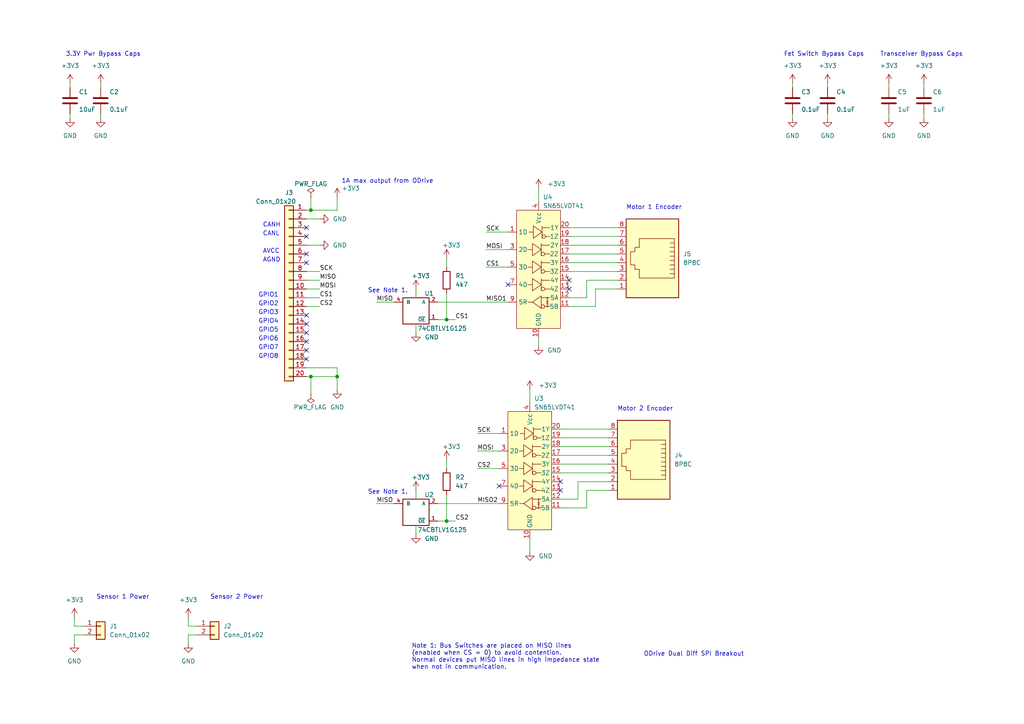
<source format=kicad_sch>
(kicad_sch (version 20211123) (generator eeschema)
  (paper "A4")
  (lib_symbols
    (symbol "74xGxx:74CBTLV1G125" (pin_names (offset 1.016))
      (property "Reference" "U" (at -2.54 5.08 0))
      (property "Value" "74CBTLV1G125" (at 0 -5.08 0))
      (symbol "74CBTLV1G125_0_1"
        (rectangle (start -3.81 3.81) (end 3.81 -3.81) (stroke (width 0.254)))
      )
      (symbol "74CBTLV1G125_1_1"
        (pin input line (at -6.35 -2.54 0) (length 2.54) (name "~{OE}") (number "1"))
        (pin input line (at -6.35 2.54 0) (length 2.54) (name "A") (number "2"))
        (pin power_in line (at 0 -3.81 270) (length 0) hide (name "GND") (number "3"))
        (pin tri_state line (at 6.35 2.54 180) (length 2.54) (name "B") (number "4"))
        (pin power_in line (at 0 3.81 90) (length 0) hide (name "VCC") (number "5"))
      )
    )
    (symbol "Connector:8P8C" (pin_names (offset 1.016))
      (property "Reference" "J" (at -5.08 13.97 0))
      (property "Value" "8P8C" (at 2.54 13.97 0))
      (symbol "8P8C_0_1"
        (polyline (pts (xy -5.08 4.445) (xy -6.35 4.445)))
        (polyline (pts (xy -5.08 5.715) (xy -6.35 5.715)))
        (polyline (pts (xy -6.35 -3.175) (xy -5.08 -3.175) (xy -5.08 -3.175)))
        (polyline (pts (xy -6.35 -1.905) (xy -5.08 -1.905) (xy -5.08 -1.905)))
        (polyline (pts (xy -6.35 -0.635) (xy -5.08 -0.635) (xy -5.08 -0.635)))
        (polyline (pts (xy -6.35 0.635) (xy -5.08 0.635) (xy -5.08 0.635)))
        (polyline (pts (xy -6.35 1.905) (xy -5.08 1.905) (xy -5.08 1.905)))
        (polyline (pts (xy -5.08 3.175) (xy -6.35 3.175) (xy -6.35 3.175)))
        (polyline (pts (xy -6.35 -4.445) (xy -6.35 6.985) (xy 3.81 6.985) (xy 3.81 4.445) (xy 5.08 4.445) (xy 5.08 3.175) (xy 6.35 3.175) (xy 6.35 -0.635) (xy 5.08 -0.635) (xy 5.08 -1.905) (xy 3.81 -1.905) (xy 3.81 -4.445) (xy -6.35 -4.445) (xy -6.35 -4.445)))
        (rectangle (start 7.62 12.7) (end -7.62 -10.16) (stroke (width 0.254)) (fill (type background)))
      )
      (symbol "8P8C_1_1"
        (pin passive line (at 10.16 -7.62 180) (length 2.54) (name "~") (number "1"))
        (pin passive line (at 10.16 -5.08 180) (length 2.54) (name "~") (number "2"))
        (pin passive line (at 10.16 -2.54 180) (length 2.54) (name "~") (number "3"))
        (pin passive line (at 10.16 0 180) (length 2.54) (name "~") (number "4"))
        (pin passive line (at 10.16 2.54 180) (length 2.54) (name "~") (number "5"))
        (pin passive line (at 10.16 5.08 180) (length 2.54) (name "~") (number "6"))
        (pin passive line (at 10.16 7.62 180) (length 2.54) (name "~") (number "7"))
        (pin passive line (at 10.16 10.16 180) (length 2.54) (name "~") (number "8"))
      )
    )
    (symbol "Connector_Generic:Conn_01x02" (pin_names (offset 1.016) hide)
      (property "Reference" "J" (at 0 2.54 0))
      (property "Value" "Conn_01x02" (at 0 -5.08 0))
      (symbol "Conn_01x02_1_1"
        (rectangle (start -1.27 -2.413) (end 0 -2.667) (stroke (width 0.1524)))
        (rectangle (start -1.27 0.127) (end 0 -0.127) (stroke (width 0.1524)))
        (rectangle (start -1.27 1.27) (end 1.27 -3.81) (stroke (width 0.254)) (fill (type background)))
        (pin passive line (at -5.08 0 0) (length 3.81) (name "Pin_1") (number "1"))
        (pin passive line (at -5.08 -2.54 0) (length 3.81) (name "Pin_2") (number "2"))
      )
    )
    (symbol "Connector_Generic:Conn_01x20" (pin_names (offset 1.016) hide)
      (property "Reference" "J" (at 0 25.4 0))
      (property "Value" "Conn_01x20" (at 0 -27.94 0))
      (symbol "Conn_01x20_1_1"
        (rectangle (start -1.27 -25.273) (end 0 -25.527) (stroke (width 0.1524)))
        (rectangle (start -1.27 -22.733) (end 0 -22.987) (stroke (width 0.1524)))
        (rectangle (start -1.27 -20.193) (end 0 -20.447) (stroke (width 0.1524)))
        (rectangle (start -1.27 -17.653) (end 0 -17.907) (stroke (width 0.1524)))
        (rectangle (start -1.27 -15.113) (end 0 -15.367) (stroke (width 0.1524)))
        (rectangle (start -1.27 -12.573) (end 0 -12.827) (stroke (width 0.1524)))
        (rectangle (start -1.27 -10.033) (end 0 -10.287) (stroke (width 0.1524)))
        (rectangle (start -1.27 -7.493) (end 0 -7.747) (stroke (width 0.1524)))
        (rectangle (start -1.27 -4.953) (end 0 -5.207) (stroke (width 0.1524)))
        (rectangle (start -1.27 -2.413) (end 0 -2.667) (stroke (width 0.1524)))
        (rectangle (start -1.27 0.127) (end 0 -0.127) (stroke (width 0.1524)))
        (rectangle (start -1.27 2.667) (end 0 2.413) (stroke (width 0.1524)))
        (rectangle (start -1.27 5.207) (end 0 4.953) (stroke (width 0.1524)))
        (rectangle (start -1.27 7.747) (end 0 7.493) (stroke (width 0.1524)))
        (rectangle (start -1.27 10.287) (end 0 10.033) (stroke (width 0.1524)))
        (rectangle (start -1.27 12.827) (end 0 12.573) (stroke (width 0.1524)))
        (rectangle (start -1.27 15.367) (end 0 15.113) (stroke (width 0.1524)))
        (rectangle (start -1.27 17.907) (end 0 17.653) (stroke (width 0.1524)))
        (rectangle (start -1.27 20.447) (end 0 20.193) (stroke (width 0.1524)))
        (rectangle (start -1.27 22.987) (end 0 22.733) (stroke (width 0.1524)))
        (rectangle (start -1.27 24.13) (end 1.27 -26.67) (stroke (width 0.254)) (fill (type background)))
        (pin passive line (at -5.08 22.86 0) (length 3.81) (name "Pin_1") (number "1"))
        (pin passive line (at -5.08 0 0) (length 3.81) (name "Pin_10") (number "10"))
        (pin passive line (at -5.08 -2.54 0) (length 3.81) (name "Pin_11") (number "11"))
        (pin passive line (at -5.08 -5.08 0) (length 3.81) (name "Pin_12") (number "12"))
        (pin passive line (at -5.08 -7.62 0) (length 3.81) (name "Pin_13") (number "13"))
        (pin passive line (at -5.08 -10.16 0) (length 3.81) (name "Pin_14") (number "14"))
        (pin passive line (at -5.08 -12.7 0) (length 3.81) (name "Pin_15") (number "15"))
        (pin passive line (at -5.08 -15.24 0) (length 3.81) (name "Pin_16") (number "16"))
        (pin passive line (at -5.08 -17.78 0) (length 3.81) (name "Pin_17") (number "17"))
        (pin passive line (at -5.08 -20.32 0) (length 3.81) (name "Pin_18") (number "18"))
        (pin passive line (at -5.08 -22.86 0) (length 3.81) (name "Pin_19") (number "19"))
        (pin passive line (at -5.08 20.32 0) (length 3.81) (name "Pin_2") (number "2"))
        (pin passive line (at -5.08 -25.4 0) (length 3.81) (name "Pin_20") (number "20"))
        (pin passive line (at -5.08 17.78 0) (length 3.81) (name "Pin_3") (number "3"))
        (pin passive line (at -5.08 15.24 0) (length 3.81) (name "Pin_4") (number "4"))
        (pin passive line (at -5.08 12.7 0) (length 3.81) (name "Pin_5") (number "5"))
        (pin passive line (at -5.08 10.16 0) (length 3.81) (name "Pin_6") (number "6"))
        (pin passive line (at -5.08 7.62 0) (length 3.81) (name "Pin_7") (number "7"))
        (pin passive line (at -5.08 5.08 0) (length 3.81) (name "Pin_8") (number "8"))
        (pin passive line (at -5.08 2.54 0) (length 3.81) (name "Pin_9") (number "9"))
      )
    )
    (symbol "Device:C" (pin_numbers hide) (pin_names (offset 0.254))
      (property "Reference" "C" (at 0.635 2.54 0))
      (property "Value" "C" (at 0.635 -2.54 0))
      (symbol "C_0_1"
        (polyline (pts (xy -2.032 -0.762) (xy 2.032 -0.762)) (stroke (width 0.508)))
        (polyline (pts (xy -2.032 0.762) (xy 2.032 0.762)) (stroke (width 0.508)))
      )
      (symbol "C_1_1"
        (pin passive line (at 0 3.81 270) (length 2.794) (name "~") (number "1"))
        (pin passive line (at 0 -3.81 90) (length 2.794) (name "~") (number "2"))
      )
    )
    (symbol "Device:R" (pin_numbers hide) (pin_names (offset 0))
      (property "Reference" "R" (at 2.032 0 90))
      (property "Value" "R" (at 0 0 90))
      (symbol "R_0_1"
        (rectangle (start -1.016 -2.54) (end 1.016 2.54) (stroke (width 0.254)))
      )
      (symbol "R_1_1"
        (pin passive line (at 0 3.81 270) (length 1.27) (name "~") (number "1"))
        (pin passive line (at 0 -3.81 90) (length 1.27) (name "~") (number "2"))
      )
    )
    (symbol "machine_agency_components_lib:SN65LVDT41"
      (property "Reference" "U" (at 2.54 20.32 0))
      (property "Value" "SN65LVDT41" (at 7.62 17.78 0))
      (symbol "SN65LVDT41_0_1"
        (rectangle (start -6.35 16.51) (end 6.35 -17.78) (fill (type background)))
        (polyline (pts (xy -1.778 -10.16) (xy -3.048 -10.16)))
        (polyline (pts (xy -1.778 -5.08) (xy -3.048 -5.08)))
        (polyline (pts (xy -1.778 0) (xy -3.048 0)))
        (polyline (pts (xy -1.778 5.08) (xy -3.048 5.08)))
        (polyline (pts (xy -1.524 10.16) (xy -2.794 10.16)))
        (polyline (pts (xy 0.762 -8.89) (xy 3.302 -8.89)))
        (polyline (pts (xy 0.762 -3.81) (xy 3.302 -3.81)))
        (polyline (pts (xy 0.762 -3.302) (xy 0.762 -6.858)))
        (polyline (pts (xy 0.762 1.27) (xy 3.302 1.27)))
        (polyline (pts (xy 0.762 1.778) (xy 0.762 -1.778)))
        (polyline (pts (xy 0.762 6.35) (xy 3.302 6.35)))
        (polyline (pts (xy 0.762 6.858) (xy 0.762 3.302)))
        (polyline (pts (xy 1.016 11.43) (xy 3.302 11.43)))
        (polyline (pts (xy 1.016 11.938) (xy 1.016 8.382)))
        (polyline (pts (xy 1.778 -11.43) (xy 3.302 -11.43)))
        (polyline (pts (xy 1.778 -6.35) (xy 3.302 -6.35)))
        (polyline (pts (xy 1.778 -1.27) (xy 3.302 -1.27)))
        (polyline (pts (xy 1.778 3.81) (xy 3.302 3.81)))
        (polyline (pts (xy 2.032 8.89) (xy 3.302 8.89)))
        (polyline (pts (xy -1.778 -6.858) (xy -1.778 -3.302) (xy 0.762 -5.08) (xy -1.778 -6.858)) (fill (type background)))
        (polyline (pts (xy -1.778 -1.778) (xy -1.778 1.778) (xy 0.762 0) (xy -1.778 -1.778)) (fill (type background)))
        (polyline (pts (xy -1.778 3.302) (xy -1.778 6.858) (xy 0.762 5.08) (xy -1.778 3.302)) (fill (type background)))
        (polyline (pts (xy -1.524 8.382) (xy -1.524 11.938) (xy 1.016 10.16) (xy -1.524 8.382)) (fill (type background)))
        (polyline (pts (xy 0.762 -8.382) (xy 0.762 -11.938) (xy -1.778 -10.16) (xy 0.762 -8.382)) (fill (type background)))
        (polyline (pts (xy 2.54 -8.89) (xy 2.54 -9.398) (xy 2.794 -9.652) (xy 2.286 -9.906) (xy 2.794 -10.16) (xy 2.286 -10.414) (xy 2.794 -10.668) (xy 2.54 -10.922) (xy 2.54 -11.43)))
        (circle (center 1.27 -11.43) (radius 0.508))
        (circle (center 1.27 -6.35) (radius 0.508))
        (circle (center 1.27 -1.27) (radius 0.508))
        (circle (center 1.27 3.81) (radius 0.508))
        (circle (center 1.524 8.89) (radius 0.508))
        (circle (center 2.54 -11.43) (radius 0.127))
        (circle (center 2.54 -8.89) (radius 0.127))
      )
      (symbol "SN65LVDT41_1_1"
        (pin input line (at -8.89 10.16 0) (length 2.54) (name "1D") (number "1"))
        (pin power_in line (at 0 -20.32 90) (length 2.54) (name "GND") (number "10"))
        (pin output line (at 8.89 -11.43 180) (length 2.54) (name "5B") (number "11"))
        (pin output line (at 8.89 -8.89 180) (length 2.54) (name "5A") (number "12"))
        (pin output line (at 8.89 -6.35 180) (length 2.54) (name "4Z") (number "13"))
        (pin output line (at 8.89 -3.81 180) (length 2.54) (name "4Y") (number "14"))
        (pin output line (at 8.89 -1.27 180) (length 2.54) (name "3Z") (number "15"))
        (pin output line (at 8.89 1.27 180) (length 2.54) (name "3Y") (number "16"))
        (pin output line (at 8.89 3.81 180) (length 2.54) (name "2Z") (number "17"))
        (pin output line (at 8.89 6.35 180) (length 2.54) (name "2Y") (number "18"))
        (pin output line (at 8.89 8.89 180) (length 2.54) (name "1Z") (number "19"))
        (pin power_in line (at 0 -20.32 90) (length 2.54) hide (name "GND") (number "2"))
        (pin output line (at 8.89 11.43 180) (length 2.54) (name "1Y") (number "20"))
        (pin input line (at -8.89 5.08 0) (length 2.54) (name "2D") (number "3"))
        (pin power_in line (at 0 19.05 270) (length 2.54) (name "Vcc") (number "4"))
        (pin input line (at -8.89 0 0) (length 2.54) (name "3D") (number "5"))
        (pin power_in line (at 0 -20.32 90) (length 2.54) hide (name "GND") (number "6"))
        (pin input line (at -8.89 -5.08 0) (length 2.54) (name "4D") (number "7"))
        (pin power_in line (at 0 19.05 270) (length 2.54) hide (name "Vcc") (number "8"))
        (pin output line (at -8.89 -10.16 0) (length 2.54) (name "5R") (number "9"))
      )
    )
    (symbol "power:+3.3V" (power) (pin_names (offset 0))
      (property "Value" "+3.3V" (at 0 3.556 0))
      (symbol "+3.3V_0_1"
        (polyline (pts (xy -0.762 1.27) (xy 0 2.54)))
        (polyline (pts (xy 0 0) (xy 0 2.54)))
        (polyline (pts (xy 0 2.54) (xy 0.762 1.27)))
      )
      (symbol "+3.3V_1_1"
        (pin power_in line (at 0 0 90) (length 0) hide (name "+3V3") (number "1"))
      )
    )
    (symbol "power:GND" (power) (pin_names (offset 0))
      (property "Value" "GND" (at 0 -3.81 0))
      (symbol "GND_0_1"
        (polyline (pts (xy 0 0) (xy 0 -1.27) (xy 1.27 -1.27) (xy 0 -2.54) (xy -1.27 -1.27) (xy 0 -1.27)))
      )
      (symbol "GND_1_1"
        (pin power_in line (at 0 0 270) (length 0) hide (name "GND") (number "1"))
      )
    )
    (symbol "power:PWR_FLAG" (power) (pin_numbers hide) (pin_names (offset 0) hide)
      (property "Value" "PWR_FLAG" (at 0 3.81 0))
      (symbol "PWR_FLAG_0_0"
        (pin power_out line (at 0 0 90) (length 0) (name "pwr") (number "1"))
      )
      (symbol "PWR_FLAG_0_1"
        (polyline (pts (xy 0 0) (xy 0 1.27) (xy -1.016 1.905) (xy 0 2.54) (xy 1.016 1.905) (xy 0 1.27)))
      )
    )
  )
  (junction (at 129.54 92.71))
  (junction (at 129.54 151.13))
  (junction (at 90.17 60.96))
  (junction (at 97.79 109.22))
  (junction (at 90.17 109.22))
  (no_connect (at 162.56 142.24))
  (no_connect (at 162.56 139.7))
  (no_connect (at 165.1 83.82))
  (no_connect (at 165.1 81.28))
  (no_connect (at 147.32 82.55))
  (no_connect (at 88.9 73.66))
  (no_connect (at 88.9 66.04))
  (no_connect (at 88.9 93.98))
  (no_connect (at 88.9 99.06))
  (no_connect (at 88.9 91.44))
  (no_connect (at 88.9 96.52))
  (no_connect (at 88.9 101.6))
  (no_connect (at 88.9 104.14))
  (no_connect (at 88.9 68.58))
  (no_connect (at 144.78 140.97))
  (no_connect (at 88.9 76.2))
  (wire (pts (xy 97.79 60.96) (xy 97.79 57.15)))
  (wire (pts (xy 170.18 142.24) (xy 176.53 142.24)))
  (wire (pts (xy 162.56 147.32) (xy 170.18 147.32)))
  (wire (pts (xy 90.17 57.15) (xy 90.17 60.96)))
  (wire (pts (xy 54.61 184.15) (xy 57.15 184.15)))
  (wire (pts (xy 165.1 71.12) (xy 179.07 71.12)))
  (wire (pts (xy 257.81 33.02) (xy 257.81 34.29)))
  (wire (pts (xy 20.32 24.13) (xy 20.32 25.4)))
  (wire (pts (xy 120.65 142.24) (xy 120.65 144.78)))
  (wire (pts (xy 140.97 77.47) (xy 147.32 77.47)))
  (wire (pts (xy 140.97 67.31) (xy 147.32 67.31)))
  (wire (pts (xy 267.97 24.13) (xy 267.97 25.4)))
  (wire (pts (xy 88.9 81.28) (xy 92.71 81.28)))
  (wire (pts (xy 167.64 139.7) (xy 167.64 144.78)))
  (wire (pts (xy 127 146.05) (xy 144.78 146.05)))
  (wire (pts (xy 88.9 88.9) (xy 92.71 88.9)))
  (wire (pts (xy 88.9 78.74) (xy 92.71 78.74)))
  (wire (pts (xy 90.17 109.22) (xy 90.17 114.3)))
  (wire (pts (xy 129.54 85.09) (xy 129.54 92.71)))
  (wire (pts (xy 165.1 88.9) (xy 172.72 88.9)))
  (wire (pts (xy 90.17 60.96) (xy 97.79 60.96)))
  (wire (pts (xy 29.21 24.13) (xy 29.21 25.4)))
  (wire (pts (xy 29.21 33.02) (xy 29.21 34.29)))
  (wire (pts (xy 88.9 86.36) (xy 92.71 86.36)))
  (wire (pts (xy 267.97 33.02) (xy 267.97 34.29)))
  (wire (pts (xy 172.72 88.9) (xy 172.72 83.82)))
  (wire (pts (xy 170.18 147.32) (xy 170.18 142.24)))
  (wire (pts (xy 97.79 109.22) (xy 97.79 113.03)))
  (wire (pts (xy 257.81 24.13) (xy 257.81 25.4)))
  (wire (pts (xy 88.9 106.68) (xy 97.79 106.68)))
  (wire (pts (xy 138.43 135.89) (xy 144.78 135.89)))
  (wire (pts (xy 54.61 186.69) (xy 54.61 184.15)))
  (wire (pts (xy 153.67 156.21) (xy 153.67 160.02)))
  (wire (pts (xy 156.21 97.79) (xy 156.21 100.33)))
  (wire (pts (xy 120.65 83.82) (xy 120.65 86.36)))
  (wire (pts (xy 162.56 132.08) (xy 176.53 132.08)))
  (wire (pts (xy 165.1 78.74) (xy 179.07 78.74)))
  (wire (pts (xy 127 92.71) (xy 129.54 92.71)))
  (wire (pts (xy 165.1 66.04) (xy 179.07 66.04)))
  (wire (pts (xy 156.21 54.61) (xy 156.21 58.42)))
  (wire (pts (xy 109.22 146.05) (xy 114.3 146.05)))
  (wire (pts (xy 90.17 109.22) (xy 97.79 109.22)))
  (wire (pts (xy 165.1 68.58) (xy 179.07 68.58)))
  (wire (pts (xy 172.72 83.82) (xy 179.07 83.82)))
  (wire (pts (xy 97.79 106.68) (xy 97.79 109.22)))
  (wire (pts (xy 24.13 181.61) (xy 21.59 181.61)))
  (wire (pts (xy 162.56 137.16) (xy 176.53 137.16)))
  (wire (pts (xy 129.54 151.13) (xy 132.08 151.13)))
  (wire (pts (xy 140.97 72.39) (xy 147.32 72.39)))
  (wire (pts (xy 127 151.13) (xy 129.54 151.13)))
  (wire (pts (xy 109.22 87.63) (xy 114.3 87.63)))
  (wire (pts (xy 127 87.63) (xy 147.32 87.63)))
  (wire (pts (xy 129.54 133.35) (xy 129.54 135.89)))
  (wire (pts (xy 138.43 125.73) (xy 144.78 125.73)))
  (wire (pts (xy 88.9 83.82) (xy 92.71 83.82)))
  (wire (pts (xy 129.54 74.93) (xy 129.54 77.47)))
  (wire (pts (xy 162.56 124.46) (xy 176.53 124.46)))
  (wire (pts (xy 21.59 186.69) (xy 21.59 184.15)))
  (wire (pts (xy 229.87 24.13) (xy 229.87 25.4)))
  (wire (pts (xy 88.9 109.22) (xy 90.17 109.22)))
  (wire (pts (xy 57.15 181.61) (xy 54.61 181.61)))
  (wire (pts (xy 240.03 33.02) (xy 240.03 34.29)))
  (wire (pts (xy 138.43 130.81) (xy 144.78 130.81)))
  (wire (pts (xy 120.65 152.4) (xy 120.65 154.94)))
  (wire (pts (xy 21.59 184.15) (xy 24.13 184.15)))
  (wire (pts (xy 165.1 73.66) (xy 179.07 73.66)))
  (wire (pts (xy 176.53 139.7) (xy 167.64 139.7)))
  (wire (pts (xy 21.59 181.61) (xy 21.59 179.07)))
  (wire (pts (xy 20.32 33.02) (xy 20.32 34.29)))
  (wire (pts (xy 170.18 86.36) (xy 165.1 86.36)))
  (wire (pts (xy 162.56 129.54) (xy 176.53 129.54)))
  (wire (pts (xy 162.56 127) (xy 176.53 127)))
  (wire (pts (xy 129.54 143.51) (xy 129.54 151.13)))
  (wire (pts (xy 129.54 92.71) (xy 132.08 92.71)))
  (wire (pts (xy 240.03 24.13) (xy 240.03 25.4)))
  (wire (pts (xy 153.67 113.03) (xy 153.67 116.84)))
  (wire (pts (xy 167.64 144.78) (xy 162.56 144.78)))
  (wire (pts (xy 179.07 81.28) (xy 170.18 81.28)))
  (wire (pts (xy 165.1 76.2) (xy 179.07 76.2)))
  (wire (pts (xy 88.9 71.12) (xy 92.71 71.12)))
  (wire (pts (xy 120.65 93.98) (xy 120.65 96.52)))
  (wire (pts (xy 170.18 81.28) (xy 170.18 86.36)))
  (wire (pts (xy 88.9 60.96) (xy 90.17 60.96)))
  (wire (pts (xy 229.87 33.02) (xy 229.87 34.29)))
  (wire (pts (xy 88.9 63.5) (xy 92.71 63.5)))
  (wire (pts (xy 54.61 181.61) (xy 54.61 179.07)))
  (wire (pts (xy 162.56 134.62) (xy 176.53 134.62)))
  (text "ODrive Dual Diff SPI Breakout" (at 186.69 190.5 0) (effects (font (size 1.27 1.27)) (justify left bottom)))
  (text "GPIO8" (at 74.93 104.14 0) (effects (font (size 1.27 1.27)) (justify left bottom)))
  (text "1A max output from ODrive" (at 99.06 53.34 0) (effects (font (size 1.27 1.27)) (justify left bottom)))
  (text "GPIO3" (at 74.93 91.44 0) (effects (font (size 1.27 1.27)) (justify left bottom)))
  (text "3.3V Pwr Bypass Caps" (at 19.05 16.51 0) (effects (font (size 1.27 1.27)) (justify left bottom)))
  (text "AGND" (at 76.2 76.2 0) (effects (font (size 1.27 1.27)) (justify left bottom)))
  (text "GPIO5" (at 74.93 96.52 0) (effects (font (size 1.27 1.27)) (justify left bottom)))
  (text "CANL" (at 76.2 68.58 0) (effects (font (size 1.27 1.27)) (justify left bottom)))
  (text "Motor 2 Encoder" (at 179.07 119.38 0) (effects (font (size 1.27 1.27)) (justify left bottom)))
  (text "AVCC" (at 76.2 73.66 0) (effects (font (size 1.27 1.27)) (justify left bottom)))
  (text "Sensor 1 Power" (at 27.94 173.99 0) (effects (font (size 1.27 1.27)) (justify left bottom)))
  (text "Motor 1 Encoder" (at 181.61 60.96 0) (effects (font (size 1.27 1.27)) (justify left bottom)))
  (text "See Note 1." (at 106.68 85.09 0) (effects (font (size 1.27 1.27)) (justify left bottom)))
  (text "GPIO6" (at 74.93 99.06 0) (effects (font (size 1.27 1.27)) (justify left bottom)))
  (text "GPIO1" (at 74.93 86.36 0) (effects (font (size 1.27 1.27)) (justify left bottom)))
  (text "CANH" (at 76.2 66.04 0) (effects (font (size 1.27 1.27)) (justify left bottom)))
  (text "GPIO2" (at 74.93 88.9 0) (effects (font (size 1.27 1.27)) (justify left bottom)))
  (text "See Note 1." (at 106.68 143.51 0) (effects (font (size 1.27 1.27)) (justify left bottom)))
  (text "Note 1: Bus Switches are placed on MISO lines\n(enabled when CS = 0) to avoid contention.\nNormal devices put MISO lines in high impedance state\nwhen not in communication." (at 119.38 194.31 0) (effects (font (size 1.27 1.27)) (justify left bottom)))
  (text "GPIO4" (at 74.93 93.98 0) (effects (font (size 1.27 1.27)) (justify left bottom)))
  (text "Sensor 2 Power" (at 60.96 173.99 0) (effects (font (size 1.27 1.27)) (justify left bottom)))
  (text "Transceiver Bypass Caps" (at 255.27 16.51 0) (effects (font (size 1.27 1.27)) (justify left bottom)))
  (text "GPIO7" (at 74.93 101.6 0) (effects (font (size 1.27 1.27)) (justify left bottom)))
  (text "Fet Switch Bypass Caps" (at 227.33 16.51 0) (effects (font (size 1.27 1.27)) (justify left bottom)))
  (label "SCK" (at 138.43 125.73 0))
  (label "MISO2" (at 138.43 146.05 0))
  (label "CS2" (at 138.43 135.89 0))
  (label "CS2" (at 132.08 151.13 0))
  (label "MOSI" (at 140.97 72.39 0))
  (label "SCK" (at 92.71 78.74 0))
  (label "MISO1" (at 140.97 87.63 0))
  (label "CS1" (at 132.08 92.71 0))
  (label "CS1" (at 140.97 77.47 0))
  (label "MOSI" (at 138.43 130.81 0))
  (label "MOSI" (at 92.71 83.82 0))
  (label "MISO" (at 92.71 81.28 0))
  (label "CS2" (at 92.71 88.9 0))
  (label "MISO" (at 109.22 146.05 0))
  (label "CS1" (at 92.71 86.36 0))
  (label "MISO" (at 109.22 87.63 0))
  (label "SCK" (at 140.97 67.31 0))
  (symbol (lib_id "power:+3.3V") (at 257.81 24.13 0) (unit 1)
    (property "Reference" "#PWR027" (effects hide))
    (property "Value" "+3.3V" (at 257.81 19.05 0))
  )
  (symbol (lib_id "power:+3.3V") (at 267.97 24.13 0) (unit 1)
    (property "Reference" "#PWR029" (effects hide))
    (property "Value" "+3.3V" (at 267.97 19.05 0))
  )
  (symbol (lib_id "74xGxx:74CBTLV1G125") (at 120.65 90.17 0) (mirror y) (unit 1)
    (property "Reference" "U1" (at 124.46 85.09 0))
    (property "Value" "74CBTLV1G125" (at 128.27 95.25 0))
    (property "Footprint" "Package_TO_SOT_SMD:SOT-23-5_HandSoldering" (effects hide))
    (property "Datasheet" "https://www.ti.com/lit/ds/symlink/sn74cbtlv1g125-q1.pdf" (effects hide))
    (property "Manufacturer Number" "74CBTLV1G125DBVRQ1" (effects hide))
  )
  (symbol (lib_id "Device:C") (at 20.32 29.21 0) (unit 1)
    (property "Reference" "C1" (at 22.86 26.67 0) (effects (justify left)))
    (property "Value" "10uF" (at 22.86 31.75 0) (effects (justify left)))
    (property "Footprint" "Capacitor_SMD:C_0603_1608Metric_Pad1.05x0.95mm_HandSolder" (effects hide))
    (property "Manufacturer Number" "GRM188R61E106KA73D" (effects hide))
  )
  (symbol (lib_id "power:PWR_FLAG") (at 90.17 57.15 0) (unit 1)
    (property "Reference" "#FLG01" (effects hide))
    (property "Value" "PWR_FLAG" (at 90.17 53.34 0))
  )
  (symbol (lib_id "Device:C") (at 29.21 29.21 0) (unit 1)
    (property "Reference" "C2" (at 31.75 26.67 0) (effects (justify left)))
    (property "Value" "0.1uF" (at 31.75 31.75 0) (effects (justify left)))
    (property "Footprint" "Capacitor_SMD:C_0603_1608Metric_Pad1.05x0.95mm_HandSolder" (effects hide))
    (property "Manufacturer Number" "GCJ188R71H104KA12D" (effects hide))
  )
  (symbol (lib_id "74xGxx:74CBTLV1G125") (at 120.65 148.59 0) (mirror y) (unit 1)
    (property "Reference" "U2" (at 124.46 143.51 0))
    (property "Value" "74CBTLV1G125" (at 128.27 153.67 0))
    (property "Footprint" "Package_TO_SOT_SMD:SOT-23-5_HandSoldering" (effects hide))
    (property "Datasheet" "https://www.ti.com/lit/ds/symlink/sn74cbtlv1g125-q1.pdf" (effects hide))
    (property "Manufacturer Number" "74CBTLV1G125DBVRQ1" (effects hide))
  )
  (symbol (lib_id "Connector_Generic:Conn_01x02") (at 62.23 181.61 0) (unit 1)
    (property "Reference" "J2" (at 64.77 181.6099 0) (effects (justify left)))
    (property "Value" "Conn_01x02" (at 64.77 184.1499 0) (effects (justify left)))
    (property "Footprint" "Connector_Molex:Molex_Micro-Fit_3.0_43650-0215_1x02_P3.00mm_Vertical" (effects hide))
    (property "Manufacturer Number" "0436500215" (effects hide))
  )
  (symbol (lib_id "power:+3.3V") (at 153.67 113.03 0) (unit 1)
    (property "Reference" "#PWR019" (effects hide))
    (property "Value" "+3.3V" (at 156.21 111.7599 0) (effects (justify left)))
  )
  (symbol (lib_id "power:GND") (at 54.61 186.69 0) (unit 1)
    (property "Reference" "#PWR08" (effects hide))
    (property "Value" "GND" (at 54.61 191.77 0))
  )
  (symbol (lib_id "power:GND") (at 229.87 34.29 0) (unit 1)
    (property "Reference" "#PWR024" (effects hide))
    (property "Value" "GND" (at 229.87 39.37 0))
  )
  (symbol (lib_id "power:+3.3V") (at 229.87 24.13 0) (unit 1)
    (property "Reference" "#PWR023" (effects hide))
    (property "Value" "+3.3V" (at 229.87 19.05 0))
  )
  (symbol (lib_id "Connector:8P8C") (at 189.23 76.2 0) (mirror y) (unit 1)
    (property "Reference" "J5" (at 198.12 73.6599 0) (effects (justify right)))
    (property "Value" "8P8C" (at 198.12 76.1999 0) (effects (justify right)))
    (property "Footprint" "kicad_component_library:RJ45_Molex_SMD_0955036891" (effects hide))
    (property "Manufacturer Number" "0955036891" (effects hide))
  )
  (symbol (lib_id "power:GND") (at 92.71 71.12 90) (unit 1)
    (property "Reference" "#PWR010" (effects hide))
    (property "Value" "GND" (at 96.52 71.1199 90) (effects (justify right)))
  )
  (symbol (lib_id "power:GND") (at 153.67 160.02 0) (unit 1)
    (property "Reference" "#PWR020" (effects hide))
    (property "Value" "GND" (at 156.21 161.2899 0) (effects (justify left)))
  )
  (symbol (lib_id "power:GND") (at 120.65 96.52 0) (unit 1)
    (property "Reference" "#PWR014" (effects hide))
    (property "Value" "GND" (at 123.19 97.7899 0) (effects (justify left)))
  )
  (symbol (lib_id "power:+3.3V") (at 29.21 24.13 0) (unit 1)
    (property "Reference" "#PWR05" (effects hide))
    (property "Value" "+3.3V" (at 29.21 19.05 0))
  )
  (symbol (lib_id "power:+3.3V") (at 97.79 57.15 0) (unit 1)
    (property "Reference" "#PWR011" (effects hide))
    (property "Value" "+3.3V" (at 99.06 54.61 0) (effects (justify left)))
  )
  (symbol (lib_id "power:+3.3V") (at 240.03 24.13 0) (unit 1)
    (property "Reference" "#PWR025" (effects hide))
    (property "Value" "+3.3V" (at 240.03 19.05 0))
  )
  (symbol (lib_id "power:+3.3V") (at 54.61 179.07 0) (unit 1)
    (property "Reference" "#PWR07" (effects hide))
    (property "Value" "+3.3V" (at 54.61 173.99 0))
  )
  (symbol (lib_id "power:+3.3V") (at 129.54 74.93 0) (unit 1)
    (property "Reference" "#PWR017" (effects hide))
    (property "Value" "+3.3V" (at 128.27 71.12 0) (effects (justify left)))
  )
  (symbol (lib_id "power:+3.3V") (at 20.32 24.13 0) (unit 1)
    (property "Reference" "#PWR01" (effects hide))
    (property "Value" "+3.3V" (at 20.32 19.05 0))
  )
  (symbol (lib_id "power:PWR_FLAG") (at 90.17 114.3 180) (unit 1)
    (property "Reference" "#FLG02" (effects hide))
    (property "Value" "PWR_FLAG" (at 85.09 118.11 0) (effects (justify right)))
  )
  (symbol (lib_id "Device:C") (at 267.97 29.21 0) (unit 1)
    (property "Reference" "C6" (at 270.51 26.67 0) (effects (justify left)))
    (property "Value" "1uF" (at 270.51 31.75 0) (effects (justify left)))
    (property "Footprint" "Capacitor_SMD:C_0603_1608Metric_Pad1.05x0.95mm_HandSolder" (effects hide))
    (property "Manufacturer Number" "GRM188R61A105KA61D" (effects hide))
  )
  (symbol (lib_id "power:+3.3V") (at 120.65 142.24 0) (unit 1)
    (property "Reference" "#PWR015" (effects hide))
    (property "Value" "+3.3V" (at 119.38 138.43 0) (effects (justify left)))
  )
  (symbol (lib_id "power:GND") (at 29.21 34.29 0) (unit 1)
    (property "Reference" "#PWR06" (effects hide))
    (property "Value" "GND" (at 29.21 39.37 0))
  )
  (symbol (lib_id "machine_agency_components_lib:SN65LVDT41") (at 153.67 135.89 0) (unit 1)
    (property "Reference" "U3" (at 154.94 115.57 0) (effects (justify left)))
    (property "Value" "SN65LVDT41" (at 154.94 118.11 0) (effects (justify left)))
    (property "Footprint" "Package_SO:TSSOP-20_4.4x6.5mm_P0.65mm" (effects hide))
    (property "Datasheet" "https://www.ti.com/lit/ds/symlink/sn65lvdt41-ep.pdf" (effects hide))
    (property "Manufacturer Number" "SN65LVDT41QPWREP" (effects hide))
  )
  (symbol (lib_id "power:GND") (at 92.71 63.5 90) (unit 1)
    (property "Reference" "#PWR09" (effects hide))
    (property "Value" "GND" (at 96.52 63.4999 90) (effects (justify right)))
  )
  (symbol (lib_id "Connector_Generic:Conn_01x20") (at 83.82 83.82 0) (mirror y) (unit 1)
    (property "Reference" "J3" (at 83.82 55.88 0))
    (property "Value" "Conn_01x20" (at 80.01 58.42 0))
    (property "Footprint" "Connector_PinHeader_2.54mm:PinHeader_1x20_P2.54mm_Vertical" (effects hide))
    (property "Manufacturer Number" "SSQ-120-03-G-S" (effects hide))
  )
  (symbol (lib_id "power:+3.3V") (at 21.59 179.07 0) (unit 1)
    (property "Reference" "#PWR03" (effects hide))
    (property "Value" "+3.3V" (at 21.59 173.99 0))
  )
  (symbol (lib_id "Device:C") (at 229.87 29.21 0) (unit 1)
    (property "Reference" "C3" (at 232.41 26.67 0) (effects (justify left)))
    (property "Value" "0.1uF" (at 232.41 31.75 0) (effects (justify left)))
    (property "Footprint" "Capacitor_SMD:C_0603_1608Metric_Pad1.05x0.95mm_HandSolder" (effects hide))
    (property "Manufacturer Number" "GCJ188R71H104KA12D" (effects hide))
  )
  (symbol (lib_id "power:GND") (at 97.79 113.03 0) (unit 1)
    (property "Reference" "#PWR012" (effects hide))
    (property "Value" "GND" (at 97.79 118.11 0))
  )
  (symbol (lib_id "power:+3.3V") (at 120.65 83.82 0) (unit 1)
    (property "Reference" "#PWR013" (effects hide))
    (property "Value" "+3.3V" (at 119.38 80.01 0) (effects (justify left)))
  )
  (symbol (lib_id "power:GND") (at 21.59 186.69 0) (unit 1)
    (property "Reference" "#PWR04" (effects hide))
    (property "Value" "GND" (at 21.59 191.77 0))
  )
  (symbol (lib_id "power:GND") (at 20.32 34.29 0) (unit 1)
    (property "Reference" "#PWR02" (effects hide))
    (property "Value" "GND" (at 20.32 39.37 0))
  )
  (symbol (lib_id "Connector_Generic:Conn_01x02") (at 29.21 181.61 0) (unit 1)
    (property "Reference" "J1" (at 31.75 181.6099 0) (effects (justify left)))
    (property "Value" "Conn_01x02" (at 31.75 184.1499 0) (effects (justify left)))
    (property "Footprint" "Connector_Molex:Molex_Micro-Fit_3.0_43650-0215_1x02_P3.00mm_Vertical" (effects hide))
    (property "Manufacturer Number" "0436500215" (effects hide))
  )
  (symbol (lib_id "Device:R") (at 129.54 81.28 0) (unit 1)
    (property "Reference" "R1" (at 132.08 80.0099 0) (effects (justify left)))
    (property "Value" "4k7" (at 132.08 82.5499 0) (effects (justify left)))
    (property "Footprint" "Resistor_SMD:R_0603_1608Metric_Pad1.05x0.95mm_HandSolder" (effects hide))
    (property "Manufacturer Number" "RC0603FR-074K7L" (effects hide))
    (property "Manufacturer" "Yageo" (effects hide))
  )
  (symbol (lib_id "Connector:8P8C") (at 186.69 134.62 0) (mirror y) (unit 1)
    (property "Reference" "J4" (at 195.58 132.0799 0) (effects (justify right)))
    (property "Value" "8P8C" (at 195.58 134.6199 0) (effects (justify right)))
    (property "Footprint" "kicad_component_library:RJ45_Molex_SMD_0955036891" (effects hide))
    (property "Manufacturer Number" "0955036891" (effects hide))
  )
  (symbol (lib_id "power:+3.3V") (at 156.21 54.61 0) (unit 1)
    (property "Reference" "#PWR021" (effects hide))
    (property "Value" "+3.3V" (at 158.75 53.3399 0) (effects (justify left)))
  )
  (symbol (lib_id "power:GND") (at 257.81 34.29 0) (unit 1)
    (property "Reference" "#PWR028" (effects hide))
    (property "Value" "GND" (at 257.81 39.37 0))
  )
  (symbol (lib_id "power:GND") (at 240.03 34.29 0) (unit 1)
    (property "Reference" "#PWR026" (effects hide))
    (property "Value" "GND" (at 240.03 39.37 0))
  )
  (symbol (lib_id "machine_agency_components_lib:SN65LVDT41") (at 156.21 77.47 0) (unit 1)
    (property "Reference" "U4" (at 157.48 57.15 0) (effects (justify left)))
    (property "Value" "SN65LVDT41" (at 157.48 59.69 0) (effects (justify left)))
    (property "Footprint" "Package_SO:TSSOP-20_4.4x6.5mm_P0.65mm" (effects hide))
    (property "Datasheet" "https://www.ti.com/lit/ds/symlink/sn65lvdt41-ep.pdf" (effects hide))
    (property "Manufacturer Number" "SN65LVDT41QPWREP" (effects hide))
  )
  (symbol (lib_id "power:GND") (at 156.21 100.33 0) (unit 1)
    (property "Reference" "#PWR022" (effects hide))
    (property "Value" "GND" (at 158.75 101.5999 0) (effects (justify left)))
  )
  (symbol (lib_id "Device:C") (at 257.81 29.21 0) (unit 1)
    (property "Reference" "C5" (at 260.35 26.67 0) (effects (justify left)))
    (property "Value" "1uF" (at 260.35 31.75 0) (effects (justify left)))
    (property "Footprint" "Capacitor_SMD:C_0603_1608Metric_Pad1.05x0.95mm_HandSolder" (effects hide))
    (property "Manufacturer Number" "GRM188R61A105KA61D" (effects hide))
  )
  (symbol (lib_id "power:GND") (at 120.65 154.94 0) (unit 1)
    (property "Reference" "#PWR016" (effects hide))
    (property "Value" "GND" (at 123.19 156.2099 0) (effects (justify left)))
  )
  (symbol (lib_id "power:GND") (at 267.97 34.29 0) (unit 1)
    (property "Reference" "#PWR030" (effects hide))
    (property "Value" "GND" (at 267.97 39.37 0))
  )
  (symbol (lib_id "Device:R") (at 129.54 139.7 0) (unit 1)
    (property "Reference" "R2" (at 132.08 138.4299 0) (effects (justify left)))
    (property "Value" "4k7" (at 132.08 140.9699 0) (effects (justify left)))
    (property "Footprint" "Resistor_SMD:R_0603_1608Metric_Pad1.05x0.95mm_HandSolder" (effects hide))
    (property "Manufacturer Number" "RC0603FR-074K7L" (effects hide))
    (property "Manufacturer" "Yageo" (effects hide))
  )
  (symbol (lib_id "power:+3.3V") (at 129.54 133.35 0) (unit 1)
    (property "Reference" "#PWR018" (effects hide))
    (property "Value" "+3.3V" (at 128.27 129.54 0) (effects (justify left)))
  )
  (symbol (lib_id "Device:C") (at 240.03 29.21 0) (unit 1)
    (property "Reference" "C4" (at 242.57 26.67 0) (effects (justify left)))
    (property "Value" "0.1uF" (at 242.57 31.75 0) (effects (justify left)))
    (property "Footprint" "Capacitor_SMD:C_0603_1608Metric_Pad1.05x0.95mm_HandSolder" (effects hide))
    (property "Manufacturer Number" "GCJ188R71H104KA12D" (effects hide))
  )
)
</source>
